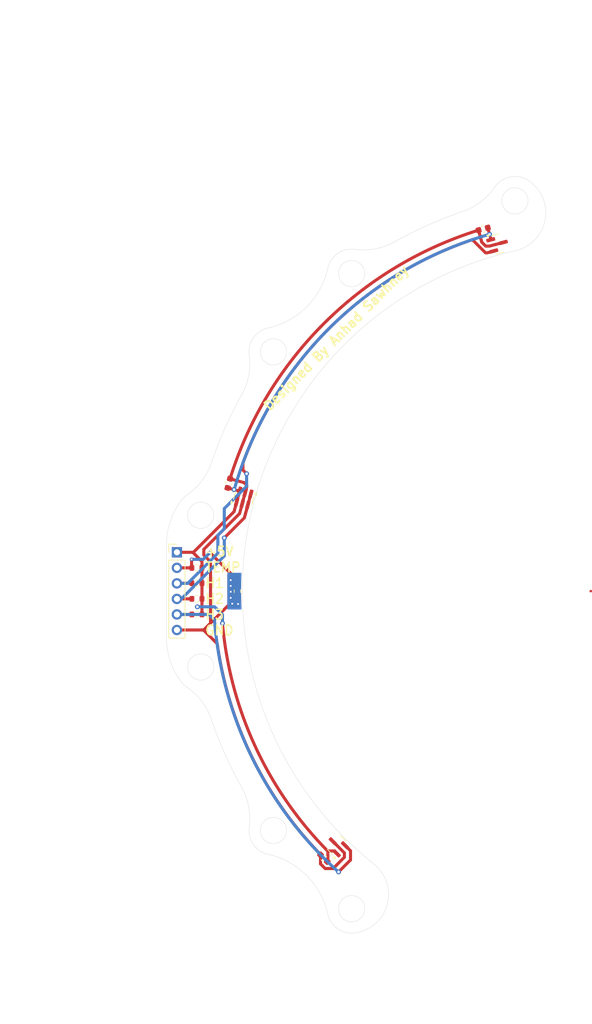
<source format=kicad_pcb>
(kicad_pcb (version 20241229) (generator "pcbnew") (generator_version "9.0")
  (layers (0 "F.Cu" signal) (2 "B.Cu" signal) (13 "F.Paste" user) (15 "B.Paste" user) (5 "F.SilkS" user "F.Silkscreen") (7 "B.SilkS" user "B.Silkscreen") (1 "F.Mask" user) (3 "B.Mask" user) (25 "Edge.Cuts" user))
  (net 0 "")
  (net 1 "/TEMP")
  (net 2 "/H1")
  (net 3 "/H3")
  (net 4 "/H2")
  (net 5 "+5V")
  (net 6 "GND")
  (footprint "Resistor_SMD:R_0603_1608Metric" (layer "F.Cu") (at 126.385 99.66)
    (property "Reference" "R2" (hide yes))
    (property "Value" "10K")
    (fp_line (start -0.237258 -0.5225) (end 0.237258 -0.5225) (stroke (width 0.12)) (layer "F.SilkS"))
    (fp_line (start -0.237258 0.5225) (end 0.237258 0.5225) (stroke (width 0.12)) (layer "F.SilkS"))
    (pad "1" smd roundrect (at -0.825 0) (size 0.8 0.95) (layers "F.Cu" "F.Mask" "F.Paste") (net 4 "/H2"))
    (pad "2" smd roundrect (at 0.825 0) (size 0.8 0.95) (layers "F.Cu" "F.Mask" "F.Paste") (net 5 "+5V"))
  )
  (footprint "Capacitor_SMD:C_0603_1608Metric" (layer "F.Cu") (at 147.15 142.06 -45)
    (property "Reference" "C3" (hide yes))
    (property "Value" "1uF")
    (fp_line (start -0.140581 0.51) (end 0.140581 0.51) (stroke (width 0.12)) (layer "F.SilkS"))
    (fp_line (start -0.140581 -0.51) (end 0.140581 -0.51) (stroke (width 0.12)) (layer "F.SilkS"))
    (pad "1" smd roundrect (at -0.775 0 315) (size 0.9 0.95) (layers "F.Cu" "F.Mask" "F.Paste") (net 6 "GND"))
    (pad "2" smd roundrect (at 0.775 0 315) (size 0.9 0.95) (layers "F.Cu" "F.Mask" "F.Paste") (net 5 "+5V"))
  )
  (footprint "Capacitor_SMD:C_0603_1608Metric" (layer "F.Cu") (at 173.215232 39.187085 15)
    (property "Reference" "C1" (hide yes))
    (property "Value" "1uF")
    (fp_line (start -0.140581 -0.51) (end 0.14058 -0.51) (stroke (width 0.12)) (layer "F.SilkS"))
    (fp_line (start -0.14058 0.51) (end 0.140581 0.51) (stroke (width 0.12)) (layer "F.SilkS"))
    (pad "1" smd roundrect (at -0.775001 0 15) (size 0.9 0.95) (layers "F.Cu" "F.Mask" "F.Paste") (net 6 "GND"))
    (pad "2" smd roundrect (at 0.775001 0 15) (size 0.9 0.95) (layers "F.Cu" "F.Mask" "F.Paste") (net 5 "+5V"))
  )
  (footprint "Connector_PinHeader_2.54mm:PinHeader_1x06_P2.54mm_Vertical" (layer "F.Cu") (at 123.11 92.05)
    (property "Reference" "J1" (hide yes))
    (property "Value" "VESC_CONN")
    (fp_line (start -1.33 -1.33) (end 0 -1.33) (stroke (width 0.12)) (layer "F.SilkS"))
    (fp_line (start -1.33 0) (end -1.33 -1.33) (stroke (width 0.12)) (layer "F.SilkS"))
    (fp_line (start -1.33 1.27) (end -1.33 14.03) (stroke (width 0.12)) (layer "F.SilkS"))
    (fp_line (start -1.33 1.27) (end 1.33 1.27) (stroke (width 0.12)) (layer "F.SilkS"))
    (fp_line (start -1.33 14.03) (end 1.33 14.03) (stroke (width 0.12)) (layer "F.SilkS"))
    (fp_line (start 1.33 1.27) (end 1.33 14.03) (stroke (width 0.12)) (layer "F.SilkS"))
    (pad "1" thru_hole rect (at 0 0) (size 1.7 1.7) (drill 1) (layers "*.Cu" "*.Mask") (net 5 "+5V"))
    (pad "2" thru_hole oval (at 0 2.54) (size 1.7 1.7) (drill 1) (layers "*.Cu" "*.Mask") (net 1 "/TEMP"))
    (pad "3" thru_hole oval (at 0 5.08) (size 1.7 1.7) (drill 1) (layers "*.Cu" "*.Mask") (net 2 "/H1"))
    (pad "4" thru_hole oval (at 0 7.62) (size 1.7 1.7) (drill 1) (layers "*.Cu" "*.Mask") (net 4 "/H2"))
    (pad "5" thru_hole oval (at 0 10.16) (size 1.7 1.7) (drill 1) (layers "*.Cu" "*.Mask") (net 3 "/H3"))
    (pad "6" thru_hole oval (at 0 12.7) (size 1.7 1.7) (drill 1) (layers "*.Cu" "*.Mask") (net 6 "GND"))
  )
  (footprint "Package_TO_SOT_SMD:SOT-23" (layer "F.Cu") (at 149.265335 139.948839 135)
    (property "Reference" "U3" (hide yes))
    (property "Value" "A3141")
    (fp_line (start 0.000001 -1.56) (end 0.65 -1.56) (stroke (width 0.12)) (layer "F.SilkS"))
    (fp_line (start 0.000001 -1.56) (end -0.65 -1.56) (stroke (width 0.12)) (layer "F.SilkS"))
    (fp_line (start -0.000001 1.56) (end 0.65 1.56) (stroke (width 0.12)) (layer "F.SilkS"))
    (fp_line (start -0.000001 1.56) (end -0.65 1.56) (stroke (width 0.12)) (layer "F.SilkS"))
    (fp_poly (pts (xy -1.1625 -1.51) (xy -1.4025 -1.84) (xy -0.922501 -1.84) (xy -1.1625 -1.51)) (stroke (width 0.12)) (fill yes) (layer "F.SilkS"))
    (pad "1" smd roundrect (at -0.9375 -0.95 135) (size 1.475 0.6) (layers "F.Cu" "F.Mask" "F.Paste") (net 5 "+5V"))
    (pad "2" smd roundrect (at -0.937501 0.950001 135) (size 1.475 0.6) (layers "F.Cu" "F.Mask" "F.Paste") (net 3 "/H3"))
    (pad "3" smd roundrect (at 0.9375 0.000001 135) (size 1.475 0.6) (layers "F.Cu" "F.Mask" "F.Paste") (net 6 "GND"))
  )
  (footprint "Package_TO_SOT_SMD:SOT-23" (layer "F.Cu") (at 134.035013 83.188566 75)
    (property "Reference" "U2" (hide yes))
    (property "Value" "A3141")
    (fp_line (start 0 -1.560001) (end -0.650001 -1.56) (stroke (width 0.12)) (layer "F.SilkS"))
    (fp_line (start 0 -1.560001) (end 0.649999 -1.56) (stroke (width 0.12)) (layer "F.SilkS"))
    (fp_line (start 0 1.560001) (end -0.649999 1.56) (stroke (width 0.12)) (layer "F.SilkS"))
    (fp_line (start 0 1.560001) (end 0.650001 1.56) (stroke (width 0.12)) (layer "F.SilkS"))
    (fp_poly (pts (xy -1.1625 -1.51) (xy -1.4025 -1.84) (xy -0.922499 -1.84) (xy -1.1625 -1.51)) (stroke (width 0.12)) (fill yes) (layer "F.SilkS"))
    (pad "1" smd roundrect (at -0.937501 -0.949999 75) (size 1.475 0.6) (layers "F.Cu" "F.Mask" "F.Paste") (net 5 "+5V"))
    (pad "2" smd roundrect (at -0.9375 0.95 75) (size 1.475 0.6) (layers "F.Cu" "F.Mask" "F.Paste") (net 4 "/H2"))
    (pad "3" smd roundrect (at 0.937501 0 75) (size 1.475 0.6) (layers "F.Cu" "F.Mask" "F.Paste") (net 6 "GND"))
  )
  (footprint "Resistor_SMD:R_0603_1608Metric" (layer "F.Cu") (at 133.01 98.4 -90)
    (property "Reference" "TH1" (hide yes))
    (property "Value" "10K_NTC")
    (fp_line (start -0.237258 0.5225) (end 0.237258 0.5225) (stroke (width 0.12)) (layer "F.SilkS"))
    (fp_line (start -0.237258 -0.5225) (end 0.237258 -0.5225) (stroke (width 0.12)) (layer "F.SilkS"))
    (pad "1" smd roundrect (at -0.825 0 270) (size 0.8 0.95) (layers "F.Cu" "F.Mask" "F.Paste") (net 1 "/TEMP"))
    (pad "2" smd roundrect (at 0.825 0 270) (size 0.8 0.95) (layers "F.Cu" "F.Mask" "F.Paste") (net 6 "GND"))
  )
  (footprint "Resistor_SMD:R_0603_1608Metric" (layer "F.Cu") (at 126.385 102.21 180)
    (property "Reference" "R3" (hide yes))
    (property "Value" "10K")
    (fp_line (start -0.237258 0.5225) (end 0.237258 0.5225) (stroke (width 0.12)) (layer "F.SilkS"))
    (fp_line (start -0.237258 -0.5225) (end 0.237258 -0.5225) (stroke (width 0.12)) (layer "F.SilkS"))
    (pad "1" smd roundrect (at -0.825 0 180) (size 0.8 0.95) (layers "F.Cu" "F.Mask" "F.Paste") (net 5 "+5V"))
    (pad "2" smd roundrect (at 0.825 0 180) (size 0.8 0.95) (layers "F.Cu" "F.Mask" "F.Paste") (net 3 "/H3"))
  )
  (footprint "Resistor_SMD:R_0603_1608Metric" (layer "F.Cu") (at 126.385 94.6)
    (property "Reference" "R4" (hide yes))
    (property "Value" "10K")
    (fp_line (start -0.237258 -0.5225) (end 0.237258 -0.5225) (stroke (width 0.12)) (layer "F.SilkS"))
    (fp_line (start -0.237258 0.5225) (end 0.237258 0.5225) (stroke (width 0.12)) (layer "F.SilkS"))
    (pad "1" smd roundrect (at -0.825 0) (size 0.8 0.95) (layers "F.Cu" "F.Mask" "F.Paste") (net 1 "/TEMP"))
    (pad "2" smd roundrect (at 0.825 0) (size 0.8 0.95) (layers "F.Cu" "F.Mask" "F.Paste") (net 5 "+5V"))
  )
  (footprint "Package_TO_SOT_SMD:SOT-23" (layer "F.Cu") (at 134.038722 83.188566 -105)
    (property "Reference" "U4" (hide yes))
    (property "Value" "A3141")
    (fp_line (start 0.000001 1.560001) (end 0.65 1.559999) (stroke (width 0.12)) (layer "F.SilkS"))
    (fp_line (start 0.000001 1.560001) (end -0.649999 1.56) (stroke (width 0.12)) (layer "F.SilkS"))
    (fp_line (start -0.000001 -1.560001) (end 0.649999 -1.56) (stroke (width 0.12)) (layer "F.SilkS"))
    (fp_line (start -0.000001 -1.560001) (end -0.65 -1.559999) (stroke (width 0.12)) (layer "F.SilkS"))
    (fp_poly (pts (xy -1.1625 -1.51) (xy -1.4025 -1.84) (xy -0.9225 -1.84) (xy -1.1625 -1.51)) (stroke (width 0.12)) (fill yes) (layer "F.SilkS"))
    (pad "1" smd roundrect (at -0.937501 -0.95 255) (size 1.475 0.6) (layers "F.Cu" "F.Mask" "F.Paste") (net 4 "/H2"))
    (pad "2" smd roundrect (at -0.937499 0.95 255) (size 1.475 0.6) (layers "F.Cu" "F.Mask" "F.Paste") (net 5 "+5V"))
    (pad "3" smd roundrect (at 0.937499 -0.000001 255) (size 1.475 0.6) (layers "F.Cu" "F.Mask" "F.Paste") (net 6 "GND"))
  )
  (footprint "Package_TO_SOT_SMD:SOT-23" (layer "F.Cu") (at 175.599677 41.629728 15)
    (property "Reference" "U1" (hide yes))
    (property "Value" "A3141")
    (fp_line (start 0 -1.56) (end -0.649999 -1.56) (stroke (width 0.12)) (layer "F.SilkS"))
    (fp_line (start 0 -1.56) (end 0.65 -1.56) (stroke (width 0.12)) (layer "F.SilkS"))
    (fp_line (start 0 1.56) (end -0.65 1.56) (stroke (width 0.12)) (layer "F.SilkS"))
    (fp_line (start 0 1.56) (end 0.649999 1.56) (stroke (width 0.12)) (layer "F.SilkS"))
    (fp_poly (pts (xy -1.1625 -1.51) (xy -1.4025 -1.84) (xy -0.9225 -1.84) (xy -1.1625 -1.51)) (stroke (width 0.12)) (fill yes) (layer "F.SilkS"))
    (pad "1" smd roundrect (at -0.9375 -0.95 15) (size 1.475 0.6) (layers "F.Cu" "F.Mask" "F.Paste") (net 5 "+5V"))
    (pad "2" smd roundrect (at -0.9375 0.95 15) (size 1.475 0.6) (layers "F.Cu" "F.Mask" "F.Paste") (net 2 "/H1"))
    (pad "3" smd roundrect (at 0.9375 0 15) (size 1.475 0.6) (layers "F.Cu" "F.Mask" "F.Paste") (net 6 "GND"))
  )
  (footprint "Capacitor_SMD:C_0603_1608Metric" (layer "F.Cu") (at 131.600585 80.771407 -105)
    (property "Reference" "C2" (hide yes))
    (property "Value" "1uF")
    (fp_line (start -0.140581 0.51) (end 0.14058 0.51) (stroke (width 0.12)) (layer "F.SilkS"))
    (fp_line (start -0.14058 -0.51) (end 0.140581 -0.51) (stroke (width 0.12)) (layer "F.SilkS"))
    (pad "1" smd roundrect (at -0.775001 0 255) (size 0.9 0.95) (layers "F.Cu" "F.Mask" "F.Paste") (net 6 "GND"))
    (pad "2" smd roundrect (at 0.775001 0 255) (size 0.9 0.95) (layers "F.Cu" "F.Mask" "F.Paste") (net 5 "+5V"))
  )
  (footprint "Resistor_SMD:R_0603_1608Metric" (layer "F.Cu") (at 126.385 97.1 180)
    (property "Reference" "R1" (hide yes))
    (property "Value" "10K")
    (fp_line (start -0.237258 0.5225) (end 0.237258 0.5225) (stroke (width 0.12)) (layer "F.SilkS"))
    (fp_line (start -0.237258 -0.5225) (end 0.237258 -0.5225) (stroke (width 0.12)) (layer "F.SilkS"))
    (pad "1" smd roundrect (at -0.825 0 180) (size 0.8 0.95) (layers "F.Cu" "F.Mask" "F.Paste") (net 5 "+5V"))
    (pad "2" smd roundrect (at 0.825 0 180) (size 0.8 0.95) (layers "F.Cu" "F.Mask" "F.Paste") (net 2 "/H1"))
  )
  (gr_circle (center 190.81 98.4) (end 190.92 98.4) (stroke (width 0.2)) (fill no) (layer "F.Cu"))
  (gr_arc (start 131.810001 80) (mid 147.125854 54.682094) (end 172.455585 39.385804) (stroke (width 0.5)) (layer "F.Cu") (net 6))
  (gr_arc (start 147.788453 140.89776) (mid 135.921049 123.779444) (end 130.565908 103.65) (stroke (width 0.5)) (layer "F.Cu") (net 5))
  (gr_arc (start 133.910001 77.45) (mid 148.537504 54.931063) (end 171.45582 40.937595) (stroke (width 0.5)) (layer "F.Cu") (net 2))
  (gr_arc (start 146.633664 141.476923) (mid 135.421 125.58876) (end 129.71 107) (stroke (width 0.5)) (layer "F.Cu") (net 6))
  (gr_arc (start 149.443557 144.218224) (mid 135.396774 125.600491) (end 129.260001 103.1) (stroke (width 0.5)) (layer "B.Cu") (net 3))
  (gr_arc (start 132.484314 81.81426) (mid 147.963948 55.490931) (end 174.31 40.050001) (stroke (width 0.5)) (layer "B.Cu") (net 5))
  (gr_arc (start 123.801317 113.19872) (mid 122.020924 109.790439) (end 121.409967 105.994004) (stroke (width 0.05)) (layer "Edge.Cuts"))
  (gr_arc (start 133.689716 130.455046) (mid 134.843739 133.617099) (end 134.934738 136.981926) (stroke (width 0.05)) (layer "Edge.Cuts"))
  (gr_arc (start 180.626836 31.266452) (mid 183.345342 37.718415) (end 178.477129 42.750177) (stroke (width 0.05)) (layer "Edge.Cuts"))
  (gr_arc (start 124.750171 114.107014) (mid 127.189835 116.426149) (end 128.767506 119.399582) (stroke (width 0.05)) (layer "Edge.Cuts"))
  (gr_arc (start 128.767506 77.400388) (mid 130.972741 71.758736) (end 133.689716 66.344924) (stroke (width 0.05)) (layer "Edge.Cuts"))
  (gr_arc (start 121.409967 90.789706) (mid 122.023488 87.001816) (end 123.801317 83.60125) (stroke (width 0.05)) (layer "Edge.Cuts"))
  (gr_line (start 121.409967 105.994004) (end 121.409967 90.789706) (stroke (width 0.05)) (layer "Edge.Cuts"))
  (gr_arc (start 133.689716 130.455046) (mid 130.972741 125.041235) (end 128.767506 119.399582) (stroke (width 0.05)) (layer "Edge.Cuts"))
  (gr_arc (start 123.801317 83.60125) (mid 124.238205 83.107887) (end 124.750171 82.692956) (stroke (width 0.05)) (layer "Edge.Cuts"))
  (gr_arc (start 175.102938 32.340189) (mid 177.644145 30.667734) (end 180.626836 31.266452) (stroke (width 0.05)) (layer "Edge.Cuts"))
  (gr_circle (center 138.898659 137.517961) (end 141.048659 137.517961) (stroke (width 0.05)) (fill no) (layer "Edge.Cuts"))
  (gr_arc (start 147.787084 45.621667) (mid 144.330246 51.920265) (end 138.031649 55.377102) (stroke (width 0.05)) (layer "Edge.Cuts"))
  (gr_arc (start 138.031649 141.422868) (mid 144.330243 144.879709) (end 147.787084 151.178303) (stroke (width 0.05)) (layer "Edge.Cuts"))
  (gr_circle (center 138.898659 59.282008) (end 141.048659 59.282008) (stroke (width 0.05)) (fill no) (layer "Edge.Cuts"))
  (gr_arc (start 155.330016 143.011341) (mid 157.499764 149.667944) (end 152.228025 154.275214) (stroke (width 0.05)) (layer "Edge.Cuts"))
  (gr_arc (start 138.031649 141.422868) (mid 135.617658 139.805982) (end 134.934738 136.981926) (stroke (width 0.05)) (layer "Edge.Cuts"))
  (gr_circle (center 178.407382 34.594218) (end 180.557382 34.594218) (stroke (width 0.05)) (fill no) (layer "Edge.Cuts"))
  (gr_arc (start 155.330016 143.011341) (mid 135.270873 85.577775) (end 178.477129 42.750177) (stroke (width 0.05)) (layer "Edge.Cuts"))
  (gr_arc (start 158.754906 41.279734) (mid 164.168716 38.562756) (end 169.81037 36.357524) (stroke (width 0.05)) (layer "Edge.Cuts"))
  (gr_arc (start 134.934738 59.818043) (mid 135.61766 56.99399) (end 138.031649 55.377102) (stroke (width 0.05)) (layer "Edge.Cuts"))
  (gr_arc (start 134.934738 59.818043) (mid 134.843738 63.182871) (end 133.689716 66.344924) (stroke (width 0.05)) (layer "Edge.Cuts"))
  (gr_arc (start 175.102938 32.340189) (mid 172.783804 34.779856) (end 169.81037 36.357524) (stroke (width 0.05)) (layer "Edge.Cuts"))
  (gr_arc (start 152.228025 154.275214) (mid 149.403967 153.592295) (end 147.787084 151.178303) (stroke (width 0.05)) (layer "Edge.Cuts"))
  (gr_circle (center 127.0042 85.9974) (end 129.1542 85.9974) (stroke (width 0.05)) (fill no) (layer "Edge.Cuts"))
  (gr_arc (start 128.767506 77.400388) (mid 127.189835 80.373821) (end 124.750171 82.692956) (stroke (width 0.05)) (layer "Edge.Cuts"))
  (gr_arc (start 158.754906 41.279734) (mid 155.592853 42.433758) (end 152.228025 42.524756) (stroke (width 0.05)) (layer "Edge.Cuts"))
  (gr_circle (center 151.69199 46.488677) (end 153.84199 46.488677) (stroke (width 0.05)) (fill no) (layer "Edge.Cuts"))
  (gr_arc (start 147.787084 45.621667) (mid 149.403971 43.207681) (end 152.228025 42.524756) (stroke (width 0.05)) (layer "Edge.Cuts"))
  (gr_arc (start 124.750171 114.107014) (mid 124.238202 113.692085) (end 123.801317 113.19872) (stroke (width 0.05)) (layer "Edge.Cuts"))
  (gr_circle (center 127.0042 110.80257) (end 129.1542 110.80257) (stroke (width 0.05)) (fill no) (layer "Edge.Cuts"))
  (gr_circle (center 151.69199 150.311293) (end 153.84199 150.311293) (stroke (width 0.05)) (fill no) (layer "Edge.Cuts"))
  (gr_text "+5V\nTEMP\nH1\nH2\nH3\nGND" (at 127.61 105.75 0) (layer "F.SilkS") (effects (font (size 1.6 1.5) (thickness 0.25) (bold yes)) (justify left bottom)))
  (gr_text "Designed By Anhad Sawhney" (at 149.81 57.65 45) (layer "F.SilkS") (effects (font (size 1.5 1.5) (thickness 0.3) (bold yes)) (justify bottom)))
  (segment (start 125.51 93.2) (end 125.51 94.55) (width 0.5) (layer "F.Cu") (net 1))
  (segment (start 128.51 92.1) (end 133.01 96.6) (width 0.5) (layer "F.Cu") (net 1))
  (segment (start 125.51 94.55) (end 125.56 94.6) (width 0.5) (layer "F.Cu") (net 1))
  (segment (start 125.66 94.59) (end 123.11 94.59) (width 0.5) (layer "F.Cu") (net 1))
  (segment (start 133.01 97.575) (end 133.01 96.6) (width 0.5) (layer "F.Cu") (net 1))
  (via (at 128.51 92.1) (size 0.6) (drill 0.3) (layers "F.Cu" "B.Cu") (net 1))
  (via (at 125.51 93.2) (size 0.6) (drill 0.3) (layers "F.Cu" "B.Cu") (net 1))
  (segment (start 125.51 93.2) (end 127.41 93.2) (width 0.5) (layer "B.Cu") (net 1))
  (segment (start 127.41 93.2) (end 128.51 92.1) (width 0.5) (layer "B.Cu") (net 1))
  (segment (start 123.13 97.15) (end 123.11 97.13) (width 0.5) (layer "F.Cu") (net 2))
  (segment (start 133.910001 78.600001) (end 134.51 79.2) (width 0.5) (layer "F.Cu") (net 2))
  (segment (start 171.46 40.95) (end 173.60092 43.09092) (width 0.5) (layer "F.Cu") (net 2))
  (segment (start 125.56 97.1) (end 123.14 97.1) (width 0.5) (layer "F.Cu") (net 2))
  (segment (start 173.884079 43.09092) (end 174.93592 42.80908) (width 0.5) (layer "F.Cu") (net 2))
  (segment (start 173.60092 43.09092) (end 173.884079 43.09092) (width 0.5) (layer "F.Cu") (net 2))
  (segment (start 133.910001 77.45) (end 133.910001 78.600001) (width 0.5) (layer "F.Cu") (net 2))
  (segment (start 123.14 97.1) (end 123.11 97.13) (width 0.5) (layer "F.Cu") (net 2))
  (via (at 134.51 79.2) (size 0.8) (drill 0.4) (layers "F.Cu" "B.Cu") (net 2))
  (segment (start 134.51 81.25) (end 134.51 79.2) (width 0.5) (layer "B.Cu") (net 2))
  (segment (start 123.11 97.13) (end 124.88 97.13) (width 0.5) (layer "B.Cu") (net 2))
  (segment (start 124.88 97.13) (end 129.81 92.2) (width 0.5) (layer "B.Cu") (net 2))
  (segment (start 129.81 89.25) (end 130.86 88.2) (width 0.5) (layer "B.Cu") (net 2))
  (segment (start 130.86 84.9) (end 134.51 81.25) (width 0.5) (layer "B.Cu") (net 2))
  (segment (start 129.81 92.2) (end 129.81 89.25) (width 0.5) (layer "B.Cu") (net 2))
  (segment (start 130.86 88.2) (end 130.86 84.9) (width 0.5) (layer "B.Cu") (net 2))
  (segment (start 123.12 102.2) (end 123.11 102.21) (width 0.5) (layer "F.Cu") (net 3))
  (segment (start 151.51 142.35) (end 151.51 140.85) (width 0.5) (layer "F.Cu") (net 3))
  (segment (start 149.56 144.3) (end 151.51 142.35) (width 0.5) (layer "F.Cu") (net 3))
  (segment (start 151.51 140.85) (end 150.6 139.94) (width 0.5) (layer "F.Cu") (net 3))
  (segment (start 125.56 102.21) (end 123.04 102.21) (width 0.5) (layer "F.Cu") (net 3))
  (via (at 149.56 144.3) (size 0.8) (drill 0.4) (layers "F.Cu" "B.Cu") (net 3))
  (segment (start 149.478224 144.218224) (end 149.56 144.3) (width 0.5) (layer "B.Cu") (net 3))
  (segment (start 149.443557 144.218224) (end 149.478224 144.218224) (width 0.5) (layer "B.Cu") (net 3))
  (segment (start 123.11 102.21) (end 128.370001 102.21) (width 0.5) (layer "B.Cu") (net 3))
  (segment (start 129.260001 103.1) (end 129.26 103.1) (width 0.5) (layer "B.Cu") (net 3))
  (segment (start 128.370001 102.21) (end 129.260001 103.1) (width 0.5) (layer "B.Cu") (net 3))
  (segment (start 134.244241 86.05343) (end 134.56 84.875) (width 0.5) (layer "F.Cu") (net 4))
  (segment (start 134.83212 83.899215) (end 135.147879 82.720785) (width 0.5) (layer "F.Cu") (net 4))
  (segment (start 125.56 99.66) (end 123.03 99.66) (width 0.5) (layer "F.Cu") (net 4))
  (segment (start 123.14 99.7) (end 123.11 99.67) (width 0.5) (layer "F.Cu") (net 4))
  (segment (start 134.15212 86.389215) (end 134.467879 85.210785) (width 0.5) (layer "F.Cu") (net 4))
  (segment (start 134.15212 86.389215) (end 134.15212 86.40788) (width 0.5) (layer "F.Cu") (net 4))
  (segment (start 134.15212 86.40788) (end 130.86 89.7) (width 0.5) (layer "F.Cu") (net 4))
  (via (at 130.86 89.7) (size 0.8) (drill 0.4) (layers "F.Cu" "B.Cu") (net 4))
  (segment (start 130.86 92.65) (end 130.86 89.7) (width 0.5) (layer "B.Cu") (net 4))
  (segment (start 123.84 99.67) (end 130.86 92.65) (width 0.5) (layer "B.Cu") (net 4))
  (segment (start 123.11 99.67) (end 123.84 99.67) (width 0.5) (layer "B.Cu") (net 4))
  (segment (start 147.810001 140.876474) (end 147.810001 141.649999) (width 0.5) (layer "F.Cu") (net 5))
  (segment (start 132.60843 81.845759) (end 131.43 81.53) (width 0.5) (layer "F.Cu") (net 5))
  (segment (start 147.81 142.5) (end 147.81 141.65) (width 0.5) (layer "F.Cu") (net 5))
  (segment (start 147.810001 141.649999) (end 147.81 141.65) (width 0.5) (layer "F.Cu") (net 5))
  (segment (start 174.257739 40.068596) (end 173.975899 39.016755) (width 0.5) (layer "F.Cu") (net 5))
  (segment (start 125.71 92.05) (end 123.01 92.05) (width 0.5) (layer "F.Cu") (net 5))
  (segment (start 133.369215 82.047879) (end 132.190785 81.73212) (width 0.5) (layer "F.Cu") (net 5))
  (segment (start 174.492725 40.945573) (end 174.257739 40.068596) (width 0.5) (layer "F.Cu") (net 5))
  (segment (start 125.81 92.05) (end 132.46 85.4) (width 0.5) (layer "F.Cu") (net 5))
  (segment (start 127.21 94.6) (end 127.21 97.1) (width 0.5) (layer "F.Cu") (net 5))
  (segment (start 127.21 94.59) (end 127.21 93.55) (width 0.5) (layer "F.Cu") (net 5))
  (segment (start 127.21 93.55) (end 125.71 92.05) (width 0.5) (layer "F.Cu") (net 5))
  (segment (start 147.698008 142.608008) (end 147.701992 142.608008) (width 0.5) (layer "F.Cu") (net 5))
  (segment (start 147.81 142.5) (end 147.701992 142.608008) (width 0.5) (layer "F.Cu") (net 5))
  (segment (start 132.46 85.4) (end 132.775759 84.22157) (width 0.5) (layer "F.Cu") (net 5))
  (segment (start 126.36 100.96) (end 127.21 100.96) (width 0.5) (layer "F.Cu") (net 5))
  (segment (start 127.21 100.96) (end 127.21 97.1) (width 0.5) (layer "F.Cu") (net 5))
  (segment (start 149.193503 141.283503) (end 148.786474 140.876474) (width 0.5) (layer "F.Cu") (net 5))
  (segment (start 149.256496 141.283503) (end 149.193503 141.283503) (width 0.5) (layer "F.Cu") (net 5))
  (segment (start 148.786474 140.876474) (end 147.810001 140.876474) (width 0.5) (layer "F.Cu") (net 5))
  (segment (start 127.21 102.2) (end 127.21 101) (width 0.5) (layer "F.Cu") (net 5))
  (segment (start 132.97212 83.499215) (end 133.287879 82.320785) (width 0.5) (layer "F.Cu") (net 5))
  (via (at 174.257739 40.068596) (size 0.8) (drill 0.4) (layers "F.Cu" "B.Cu") (net 5))
  (via (at 126.46 100.96) (size 0.8) (drill 0.4) (layers "F.Cu" "B.Cu") (net 5))
  (via (at 132.46 81.8) (size 0.8) (drill 0.4) (layers "F.Cu" "B.Cu") (net 5))
  (via (at 130.565908 103.65) (size 0.8) (drill 0.4) (layers "F.Cu" "B.Cu") (net 5))
  (segment (start 126.46 100.96) (end 129.27 100.96) (width 0.5) (layer "B.Cu") (net 5))
  (segment (start 130.565908 102.255908) (end 130.565908 103.65) (width 0.5) (layer "B.Cu") (net 5))
  (segment (start 129.27 100.96) (end 130.565908 102.255908) (width 0.5) (layer "B.Cu") (net 5))
  (segment (start 148.66 143.75) (end 150.51 141.9) (width 0.5) (layer "F.Cu") (net 6))
  (segment (start 134.22212 82.489215) (end 134.537879 81.310785) (width 0.5) (layer "F.Cu") (net 6))
  (segment (start 173.629925 41.99092) (end 174.234079 41.99092) (width 0.5) (layer "F.Cu") (net 6))
  (segment (start 127.21 104.75) (end 127.485 104.75) (width 0.5) (layer "F.Cu") (net 6))
  (segment (start 172.977493 41.338488) (end 172.742507 40.461511) (width 0.5) (layer "F.Cu") (net 6))
  (segment (start 128.61 93.6) (end 127.51 92.5) (width 0.5) (layer "F.Cu") (net 6))
  (segment (start 132.999215 80.357879) (end 131.820785 80.04212) (width 0.5) (layer "F.Cu") (net 6))
  (segment (start 127.46 104.75) (end 129.71 107) (width 0.5) (layer "F.Cu") (net 6))
  (segment (start 172.727493 40.388488) (end 172.492507 39.511511) (width 0.5) (layer "F.Cu") (net 6))
  (segment (start 133.36212 85.719215) (end 133.677879 84.540785) (width 0.5) (layer "F.Cu") (net 6))
  (segment (start 127.51 92.5) (end 127.51 91.571335) (width 0.5) (layer "F.Cu") (net 6))
  (segment (start 128.6225 103.6125) (end 128.61 103.6) (width 0.5) (layer "F.Cu") (net 6))
  (segment (start 127.21 104.75) (end 127.46 104.75) (width 0.5) (layer "F.Cu") (net 6))
  (segment (start 150.51 141.9) (end 150.51 141.193503) (width 0.5) (layer "F.Cu") (net 6))
  (segment (start 123.11 104.75) (end 127.21 104.75) (width 0.5) (layer "F.Cu") (net 6))
  (segment (start 128.6225 103.6125) (end 129.8025 102.4325) (width 0.5) (layer "F.Cu") (net 6))
  (segment (start 133.90212 83.689215) (end 134.217879 82.510785) (width 0.5) (layer "F.Cu") (net 6))
  (segment (start 147.36 143.75) (end 148.66 143.75) (width 0.5) (layer "F.Cu") (net 6))
  (segment (start 176.23592 41.45908) (end 175.184079 41.74092) (width 0.5) (layer "F.Cu") (net 6))
  (segment (start 175.28592 41.70908) (end 174.234079 41.99092) (width 0.5) (layer "F.Cu") (net 6))
  (segment (start 172.927493 41.138488) (end 172.692507 40.261511) (width 0.5) (layer "F.Cu") (net 6))
  (segment (start 128.61 103.6) (end 128.61 93.6) (width 0.5) (layer "F.Cu") (net 6))
  (segment (start 146.601992 141.511992) (end 146.601992 142.991992) (width 0.5) (layer "F.Cu") (net 6))
  (segment (start 134.537879 81.310785) (end 134.537879 81.096543) (width 0.5) (layer "F.Cu") (net 6))
  (segment (start 134.537879 81.096543) (end 134.099215 80.657879) (width 0.5) (layer "F.Cu") (net 6))
  (segment (start 172.977493 41.338488) (end 173.629925 41.99092) (width 0.5) (layer "F.Cu") (net 6))
  (segment (start 134.099215 80.657879) (end 132.920785 80.34212) (width 0.5) (layer "F.Cu") (net 6))
  (segment (start 127.51 91.571335) (end 133.36212 85.719215) (width 0.5) (layer "F.Cu") (net 6))
  (segment (start 150.51 141.193503) (end 148.602423 139.285926) (width 0.5) (layer "F.Cu") (net 6))
  (segment (start 146.601992 142.991992) (end 147.36 143.75) (width 0.5) (layer "F.Cu") (net 6))
  (segment (start 129.8025 102.4325) (end 133.01 99.225) (width 0.5) (layer "F.Cu") (net 6))
  (segment (start 127.485 104.75) (end 128.6225 103.6125) (width 0.5) (layer "F.Cu") (net 6))
  (via (at 133.11 100.5) (size 0.6) (drill 0.3) (layers "F.Cu" "B.Cu") (net 6))
  (via (at 131.91 96.6) (size 0.6) (drill 0.3) (layers "F.Cu" "B.Cu") (net 6))
  (via (at 131.91 99.5) (size 0.6) (drill 0.3) (layers "F.Cu" "B.Cu") (net 6))
  (via (at 132.16 100.45) (size 0.6) (drill 0.3) (layers "F.Cu" "B.Cu") (net 6))
  (via (at 131.91 98.5) (size 0.6) (drill 0.3) (layers "F.Cu" "B.Cu") (net 6))
  (via (at 131.91 97.55) (size 0.6) (drill 0.3) (layers "F.Cu" "B.Cu") (net 6))
  (segment (start 131.91 98.5) (end 131.91 99.5) (width 0.2) (layer "B.Cu") (net 6))
  (zone (net 6) (net_name "GND") (layers "F.Cu" "B.Cu") (connect_pads yes (clearance 0.2)) (min_thickness 0.25) (fill yes (thermal_gap 0.5) (thermal_bridge_width 0.5))
    (polygon (pts (xy 131.353588 95.396101) (xy 131.353588 101.396101) (xy 135.153588 101.396101) (xy 134.903588 95.396101)))
  )
)
</source>
